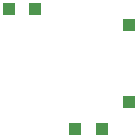
<source format=gbs>
G04 #@! TF.GenerationSoftware,KiCad,Pcbnew,(6.0.9)*
G04 #@! TF.CreationDate,2024-03-06T19:42:55+11:00*
G04 #@! TF.ProjectId,psneev8,70736e65-6576-4382-9e6b-696361645f70,rev?*
G04 #@! TF.SameCoordinates,Original*
G04 #@! TF.FileFunction,Soldermask,Bot*
G04 #@! TF.FilePolarity,Negative*
%FSLAX46Y46*%
G04 Gerber Fmt 4.6, Leading zero omitted, Abs format (unit mm)*
G04 Created by KiCad (PCBNEW (6.0.9)) date 2024-03-06 19:42:55*
%MOMM*%
%LPD*%
G01*
G04 APERTURE LIST*
%ADD10R,1.000000X1.000000*%
G04 APERTURE END LIST*
D10*
X104394000Y-135382000D03*
X104394000Y-128905000D03*
X94234000Y-127508000D03*
X96393000Y-127508000D03*
X99822000Y-137668000D03*
X102108000Y-137668000D03*
M02*

</source>
